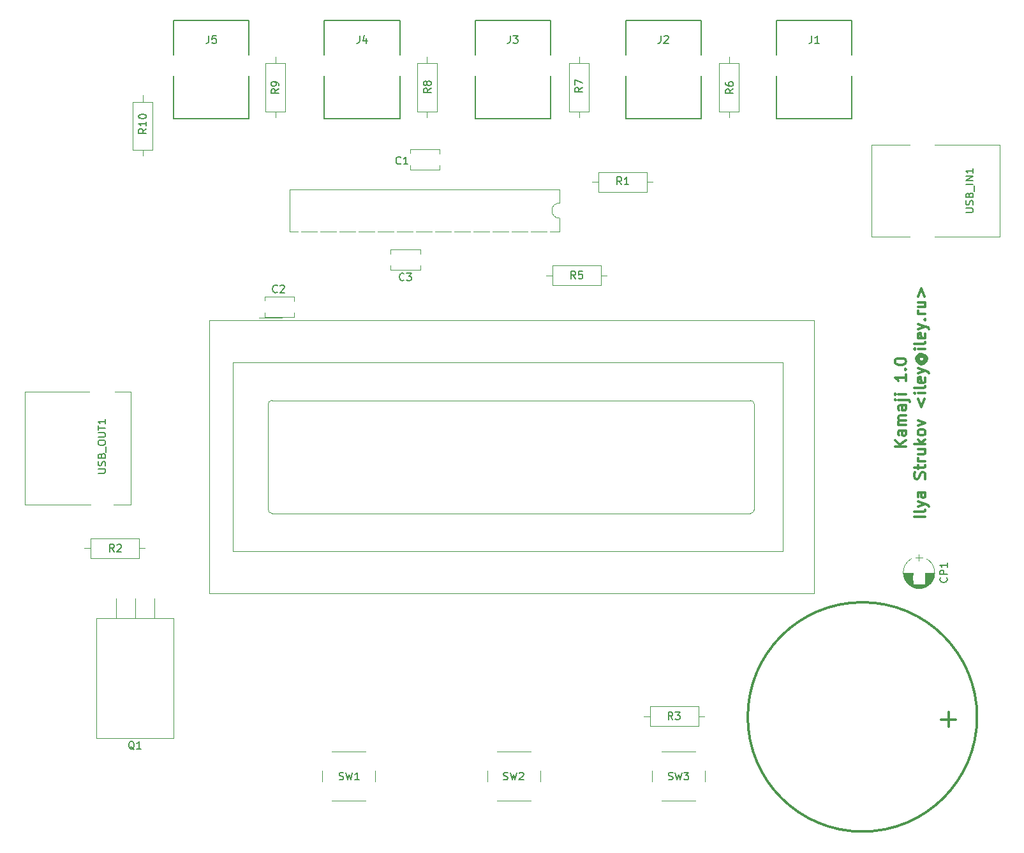
<source format=gbr>
G04 #@! TF.FileFunction,Legend,Top*
%FSLAX46Y46*%
G04 Gerber Fmt 4.6, Leading zero omitted, Abs format (unit mm)*
G04 Created by KiCad (PCBNEW 4.0.6) date Sunday, July 23, 2017 'AMt' 01:04:53 AM*
%MOMM*%
%LPD*%
G01*
G04 APERTURE LIST*
%ADD10C,0.100000*%
%ADD11C,0.300000*%
%ADD12C,0.120000*%
%ADD13C,0.150000*%
%ADD14C,5.400000*%
%ADD15C,2.000000*%
%ADD16R,2.200000X3.000000*%
%ADD17O,2.200000X3.000000*%
%ADD18C,3.400000*%
%ADD19C,2.760000*%
%ADD20C,2.600000*%
%ADD21O,2.000000X2.000000*%
%ADD22C,2.900000*%
%ADD23R,2.000000X2.000000*%
%ADD24C,1.920000*%
%ADD25C,3.100000*%
%ADD26C,1.900000*%
%ADD27C,2.400000*%
%ADD28O,3.900000X3.900000*%
%ADD29R,2.200000X2.200000*%
%ADD30O,2.200000X2.200000*%
%ADD31R,1.600000X1.600000*%
%ADD32C,1.600000*%
%ADD33R,2.127200X2.127200*%
%ADD34O,2.127200X2.127200*%
G04 APERTURE END LIST*
D10*
D11*
X217203571Y-86521428D02*
X215703571Y-86521428D01*
X217203571Y-85664285D02*
X216346429Y-86307142D01*
X215703571Y-85664285D02*
X216560714Y-86521428D01*
X217203571Y-84378571D02*
X216417857Y-84378571D01*
X216275000Y-84450000D01*
X216203571Y-84592857D01*
X216203571Y-84878571D01*
X216275000Y-85021428D01*
X217132143Y-84378571D02*
X217203571Y-84521428D01*
X217203571Y-84878571D01*
X217132143Y-85021428D01*
X216989286Y-85092857D01*
X216846429Y-85092857D01*
X216703571Y-85021428D01*
X216632143Y-84878571D01*
X216632143Y-84521428D01*
X216560714Y-84378571D01*
X217203571Y-83664285D02*
X216203571Y-83664285D01*
X216346429Y-83664285D02*
X216275000Y-83592857D01*
X216203571Y-83449999D01*
X216203571Y-83235714D01*
X216275000Y-83092857D01*
X216417857Y-83021428D01*
X217203571Y-83021428D01*
X216417857Y-83021428D02*
X216275000Y-82949999D01*
X216203571Y-82807142D01*
X216203571Y-82592857D01*
X216275000Y-82449999D01*
X216417857Y-82378571D01*
X217203571Y-82378571D01*
X217203571Y-81021428D02*
X216417857Y-81021428D01*
X216275000Y-81092857D01*
X216203571Y-81235714D01*
X216203571Y-81521428D01*
X216275000Y-81664285D01*
X217132143Y-81021428D02*
X217203571Y-81164285D01*
X217203571Y-81521428D01*
X217132143Y-81664285D01*
X216989286Y-81735714D01*
X216846429Y-81735714D01*
X216703571Y-81664285D01*
X216632143Y-81521428D01*
X216632143Y-81164285D01*
X216560714Y-81021428D01*
X216203571Y-80307142D02*
X217489286Y-80307142D01*
X217632143Y-80378571D01*
X217703571Y-80521428D01*
X217703571Y-80592856D01*
X215703571Y-80307142D02*
X215775000Y-80378571D01*
X215846429Y-80307142D01*
X215775000Y-80235714D01*
X215703571Y-80307142D01*
X215846429Y-80307142D01*
X217203571Y-79592856D02*
X216203571Y-79592856D01*
X215703571Y-79592856D02*
X215775000Y-79664285D01*
X215846429Y-79592856D01*
X215775000Y-79521428D01*
X215703571Y-79592856D01*
X215846429Y-79592856D01*
X217203571Y-76949999D02*
X217203571Y-77807142D01*
X217203571Y-77378570D02*
X215703571Y-77378570D01*
X215917857Y-77521427D01*
X216060714Y-77664285D01*
X216132143Y-77807142D01*
X217060714Y-76307142D02*
X217132143Y-76235714D01*
X217203571Y-76307142D01*
X217132143Y-76378571D01*
X217060714Y-76307142D01*
X217203571Y-76307142D01*
X215703571Y-75307142D02*
X215703571Y-75164285D01*
X215775000Y-75021428D01*
X215846429Y-74949999D01*
X215989286Y-74878570D01*
X216275000Y-74807142D01*
X216632143Y-74807142D01*
X216917857Y-74878570D01*
X217060714Y-74949999D01*
X217132143Y-75021428D01*
X217203571Y-75164285D01*
X217203571Y-75307142D01*
X217132143Y-75449999D01*
X217060714Y-75521428D01*
X216917857Y-75592856D01*
X216632143Y-75664285D01*
X216275000Y-75664285D01*
X215989286Y-75592856D01*
X215846429Y-75521428D01*
X215775000Y-75449999D01*
X215703571Y-75307142D01*
X219753571Y-95878570D02*
X218253571Y-95878570D01*
X219753571Y-94949998D02*
X219682143Y-95092856D01*
X219539286Y-95164284D01*
X218253571Y-95164284D01*
X218753571Y-94521427D02*
X219753571Y-94164284D01*
X218753571Y-93807142D02*
X219753571Y-94164284D01*
X220110714Y-94307142D01*
X220182143Y-94378570D01*
X220253571Y-94521427D01*
X219753571Y-92592856D02*
X218967857Y-92592856D01*
X218825000Y-92664285D01*
X218753571Y-92807142D01*
X218753571Y-93092856D01*
X218825000Y-93235713D01*
X219682143Y-92592856D02*
X219753571Y-92735713D01*
X219753571Y-93092856D01*
X219682143Y-93235713D01*
X219539286Y-93307142D01*
X219396429Y-93307142D01*
X219253571Y-93235713D01*
X219182143Y-93092856D01*
X219182143Y-92735713D01*
X219110714Y-92592856D01*
X219682143Y-90807142D02*
X219753571Y-90592856D01*
X219753571Y-90235713D01*
X219682143Y-90092856D01*
X219610714Y-90021427D01*
X219467857Y-89949999D01*
X219325000Y-89949999D01*
X219182143Y-90021427D01*
X219110714Y-90092856D01*
X219039286Y-90235713D01*
X218967857Y-90521427D01*
X218896429Y-90664285D01*
X218825000Y-90735713D01*
X218682143Y-90807142D01*
X218539286Y-90807142D01*
X218396429Y-90735713D01*
X218325000Y-90664285D01*
X218253571Y-90521427D01*
X218253571Y-90164285D01*
X218325000Y-89949999D01*
X218753571Y-89521428D02*
X218753571Y-88949999D01*
X218253571Y-89307142D02*
X219539286Y-89307142D01*
X219682143Y-89235714D01*
X219753571Y-89092856D01*
X219753571Y-88949999D01*
X219753571Y-88449999D02*
X218753571Y-88449999D01*
X219039286Y-88449999D02*
X218896429Y-88378571D01*
X218825000Y-88307142D01*
X218753571Y-88164285D01*
X218753571Y-88021428D01*
X218753571Y-86878571D02*
X219753571Y-86878571D01*
X218753571Y-87521428D02*
X219539286Y-87521428D01*
X219682143Y-87450000D01*
X219753571Y-87307142D01*
X219753571Y-87092857D01*
X219682143Y-86950000D01*
X219610714Y-86878571D01*
X219753571Y-86164285D02*
X218253571Y-86164285D01*
X219182143Y-86021428D02*
X219753571Y-85592857D01*
X218753571Y-85592857D02*
X219325000Y-86164285D01*
X219753571Y-84735713D02*
X219682143Y-84878571D01*
X219610714Y-84949999D01*
X219467857Y-85021428D01*
X219039286Y-85021428D01*
X218896429Y-84949999D01*
X218825000Y-84878571D01*
X218753571Y-84735713D01*
X218753571Y-84521428D01*
X218825000Y-84378571D01*
X218896429Y-84307142D01*
X219039286Y-84235713D01*
X219467857Y-84235713D01*
X219610714Y-84307142D01*
X219682143Y-84378571D01*
X219753571Y-84521428D01*
X219753571Y-84735713D01*
X218753571Y-83735713D02*
X219753571Y-83378570D01*
X218753571Y-83021428D01*
X218753571Y-80164285D02*
X219182143Y-81307142D01*
X219610714Y-80164285D01*
X219753571Y-79449999D02*
X218753571Y-79449999D01*
X218253571Y-79449999D02*
X218325000Y-79521428D01*
X218396429Y-79449999D01*
X218325000Y-79378571D01*
X218253571Y-79449999D01*
X218396429Y-79449999D01*
X219753571Y-78521427D02*
X219682143Y-78664285D01*
X219539286Y-78735713D01*
X218253571Y-78735713D01*
X219682143Y-77378571D02*
X219753571Y-77521428D01*
X219753571Y-77807142D01*
X219682143Y-77949999D01*
X219539286Y-78021428D01*
X218967857Y-78021428D01*
X218825000Y-77949999D01*
X218753571Y-77807142D01*
X218753571Y-77521428D01*
X218825000Y-77378571D01*
X218967857Y-77307142D01*
X219110714Y-77307142D01*
X219253571Y-78021428D01*
X218753571Y-76807142D02*
X219753571Y-76449999D01*
X218753571Y-76092857D02*
X219753571Y-76449999D01*
X220110714Y-76592857D01*
X220182143Y-76664285D01*
X220253571Y-76807142D01*
X219039286Y-74592857D02*
X218967857Y-74664285D01*
X218896429Y-74807142D01*
X218896429Y-74950000D01*
X218967857Y-75092857D01*
X219039286Y-75164285D01*
X219182143Y-75235714D01*
X219325000Y-75235714D01*
X219467857Y-75164285D01*
X219539286Y-75092857D01*
X219610714Y-74950000D01*
X219610714Y-74807142D01*
X219539286Y-74664285D01*
X219467857Y-74592857D01*
X218896429Y-74592857D02*
X219467857Y-74592857D01*
X219539286Y-74521428D01*
X219539286Y-74450000D01*
X219467857Y-74307142D01*
X219325000Y-74235714D01*
X218967857Y-74235714D01*
X218753571Y-74378571D01*
X218610714Y-74592857D01*
X218539286Y-74878571D01*
X218610714Y-75164285D01*
X218753571Y-75378571D01*
X218967857Y-75521428D01*
X219253571Y-75592857D01*
X219539286Y-75521428D01*
X219753571Y-75378571D01*
X219896429Y-75164285D01*
X219967857Y-74878571D01*
X219896429Y-74592857D01*
X219753571Y-74378571D01*
X219753571Y-73592857D02*
X218753571Y-73592857D01*
X218253571Y-73592857D02*
X218325000Y-73664286D01*
X218396429Y-73592857D01*
X218325000Y-73521429D01*
X218253571Y-73592857D01*
X218396429Y-73592857D01*
X219753571Y-72664285D02*
X219682143Y-72807143D01*
X219539286Y-72878571D01*
X218253571Y-72878571D01*
X219682143Y-71521429D02*
X219753571Y-71664286D01*
X219753571Y-71950000D01*
X219682143Y-72092857D01*
X219539286Y-72164286D01*
X218967857Y-72164286D01*
X218825000Y-72092857D01*
X218753571Y-71950000D01*
X218753571Y-71664286D01*
X218825000Y-71521429D01*
X218967857Y-71450000D01*
X219110714Y-71450000D01*
X219253571Y-72164286D01*
X218753571Y-70950000D02*
X219753571Y-70592857D01*
X218753571Y-70235715D02*
X219753571Y-70592857D01*
X220110714Y-70735715D01*
X220182143Y-70807143D01*
X220253571Y-70950000D01*
X219610714Y-69664286D02*
X219682143Y-69592858D01*
X219753571Y-69664286D01*
X219682143Y-69735715D01*
X219610714Y-69664286D01*
X219753571Y-69664286D01*
X219753571Y-68950000D02*
X218753571Y-68950000D01*
X219039286Y-68950000D02*
X218896429Y-68878572D01*
X218825000Y-68807143D01*
X218753571Y-68664286D01*
X218753571Y-68521429D01*
X218753571Y-67378572D02*
X219753571Y-67378572D01*
X218753571Y-68021429D02*
X219539286Y-68021429D01*
X219682143Y-67950001D01*
X219753571Y-67807143D01*
X219753571Y-67592858D01*
X219682143Y-67450001D01*
X219610714Y-67378572D01*
X218753571Y-66664286D02*
X219182143Y-65521429D01*
X219610714Y-66664286D01*
D12*
X227286000Y-35000000D02*
G75*
G03X227286000Y-35000000I-2286000J0D01*
G01*
X227286000Y-135000000D02*
G75*
G03X227286000Y-135000000I-2286000J0D01*
G01*
X107286000Y-135000000D02*
G75*
G03X107286000Y-135000000I-2286000J0D01*
G01*
X155310000Y-49760000D02*
X151390000Y-49760000D01*
X155310000Y-47040000D02*
X151390000Y-47040000D01*
X155310000Y-49760000D02*
X155310000Y-49150000D01*
X155310000Y-47650000D02*
X155310000Y-47040000D01*
X151390000Y-49760000D02*
X151390000Y-49150000D01*
X151390000Y-47650000D02*
X151390000Y-47040000D01*
X136010000Y-69360000D02*
X132090000Y-69360000D01*
X136010000Y-66640000D02*
X132090000Y-66640000D01*
X136010000Y-69360000D02*
X136010000Y-68750000D01*
X136010000Y-67250000D02*
X136010000Y-66640000D01*
X132090000Y-69360000D02*
X132090000Y-68750000D01*
X132090000Y-67250000D02*
X132090000Y-66640000D01*
X124702000Y-106030000D02*
X204982000Y-106030000D01*
X204982000Y-106030000D02*
X204982000Y-69750000D01*
X204982000Y-69750000D02*
X125502000Y-69750000D01*
X124702000Y-69750000D02*
X124702000Y-106030000D01*
X124712000Y-69750000D02*
X125502000Y-69750000D01*
X131342000Y-69390000D02*
X134342000Y-69390000D01*
X133042000Y-80390000D02*
X196542000Y-80390000D01*
X132542280Y-94889320D02*
X132542280Y-80890000D01*
X196542660Y-95390000D02*
X133042000Y-95390000D01*
X197042000Y-80890000D02*
X197042000Y-94890000D01*
X197042000Y-80890000D02*
G75*
G03X196542000Y-80390000I-500000J0D01*
G01*
X196542660Y-95389700D02*
G75*
G03X197043040Y-94889320I0J500380D01*
G01*
X132542280Y-94889320D02*
G75*
G03X133042660Y-95389700I500380J0D01*
G01*
X133042660Y-80388460D02*
G75*
G03X132542280Y-80888840I0J-500380D01*
G01*
X127842000Y-75390000D02*
X200842000Y-75390000D01*
X200842000Y-75390000D02*
X200842000Y-100390000D01*
X200842000Y-100390000D02*
X127842000Y-100390000D01*
X127842000Y-100390000D02*
X127842000Y-75390000D01*
D13*
X210000000Y-43000000D02*
X200000000Y-43000000D01*
X200000000Y-30000000D02*
X200000000Y-43000000D01*
X210000000Y-30000000D02*
X210000000Y-43000000D01*
X210000000Y-30000000D02*
X200000000Y-30000000D01*
X190000000Y-43000000D02*
X180000000Y-43000000D01*
X180000000Y-30000000D02*
X180000000Y-43000000D01*
X190000000Y-30000000D02*
X190000000Y-43000000D01*
X190000000Y-30000000D02*
X180000000Y-30000000D01*
X170000000Y-43000000D02*
X160000000Y-43000000D01*
X160000000Y-30000000D02*
X160000000Y-43000000D01*
X170000000Y-30000000D02*
X170000000Y-43000000D01*
X170000000Y-30000000D02*
X160000000Y-30000000D01*
X150000000Y-43000000D02*
X140000000Y-43000000D01*
X140000000Y-30000000D02*
X140000000Y-43000000D01*
X150000000Y-30000000D02*
X150000000Y-43000000D01*
X150000000Y-30000000D02*
X140000000Y-30000000D01*
X130000000Y-43000000D02*
X120000000Y-43000000D01*
X120000000Y-30000000D02*
X120000000Y-43000000D01*
X130000000Y-30000000D02*
X130000000Y-43000000D01*
X130000000Y-30000000D02*
X120000000Y-30000000D01*
D11*
X226613533Y-122400000D02*
G75*
G03X226613533Y-122400000I-15213533J0D01*
G01*
D12*
X176370000Y-50090000D02*
X176370000Y-52710000D01*
X176370000Y-52710000D02*
X182790000Y-52710000D01*
X182790000Y-52710000D02*
X182790000Y-50090000D01*
X182790000Y-50090000D02*
X176370000Y-50090000D01*
X175480000Y-51400000D02*
X176370000Y-51400000D01*
X183680000Y-51400000D02*
X182790000Y-51400000D01*
X115430000Y-101310000D02*
X115430000Y-98690000D01*
X115430000Y-98690000D02*
X109010000Y-98690000D01*
X109010000Y-98690000D02*
X109010000Y-101310000D01*
X109010000Y-101310000D02*
X115430000Y-101310000D01*
X116320000Y-100000000D02*
X115430000Y-100000000D01*
X108120000Y-100000000D02*
X109010000Y-100000000D01*
X189630000Y-123610000D02*
X189630000Y-120990000D01*
X189630000Y-120990000D02*
X183210000Y-120990000D01*
X183210000Y-120990000D02*
X183210000Y-123610000D01*
X183210000Y-123610000D02*
X189630000Y-123610000D01*
X190520000Y-122300000D02*
X189630000Y-122300000D01*
X182320000Y-122300000D02*
X183210000Y-122300000D01*
X176730000Y-65110000D02*
X176730000Y-62490000D01*
X176730000Y-62490000D02*
X170310000Y-62490000D01*
X170310000Y-62490000D02*
X170310000Y-65110000D01*
X170310000Y-65110000D02*
X176730000Y-65110000D01*
X177620000Y-63800000D02*
X176730000Y-63800000D01*
X169420000Y-63800000D02*
X170310000Y-63800000D01*
X195010000Y-35670000D02*
X192390000Y-35670000D01*
X192390000Y-35670000D02*
X192390000Y-42090000D01*
X192390000Y-42090000D02*
X195010000Y-42090000D01*
X195010000Y-42090000D02*
X195010000Y-35670000D01*
X193700000Y-34780000D02*
X193700000Y-35670000D01*
X193700000Y-42980000D02*
X193700000Y-42090000D01*
X175110000Y-35670000D02*
X172490000Y-35670000D01*
X172490000Y-35670000D02*
X172490000Y-42090000D01*
X172490000Y-42090000D02*
X175110000Y-42090000D01*
X175110000Y-42090000D02*
X175110000Y-35670000D01*
X173800000Y-34780000D02*
X173800000Y-35670000D01*
X173800000Y-42980000D02*
X173800000Y-42090000D01*
X154910000Y-35670000D02*
X152290000Y-35670000D01*
X152290000Y-35670000D02*
X152290000Y-42090000D01*
X152290000Y-42090000D02*
X154910000Y-42090000D01*
X154910000Y-42090000D02*
X154910000Y-35670000D01*
X153600000Y-34780000D02*
X153600000Y-35670000D01*
X153600000Y-42980000D02*
X153600000Y-42090000D01*
X134810000Y-35670000D02*
X132190000Y-35670000D01*
X132190000Y-35670000D02*
X132190000Y-42090000D01*
X132190000Y-42090000D02*
X134810000Y-42090000D01*
X134810000Y-42090000D02*
X134810000Y-35670000D01*
X133500000Y-34780000D02*
X133500000Y-35670000D01*
X133500000Y-42980000D02*
X133500000Y-42090000D01*
X117210000Y-40770000D02*
X114590000Y-40770000D01*
X114590000Y-40770000D02*
X114590000Y-47190000D01*
X114590000Y-47190000D02*
X117210000Y-47190000D01*
X117210000Y-47190000D02*
X117210000Y-40770000D01*
X115900000Y-39880000D02*
X115900000Y-40770000D01*
X115900000Y-48080000D02*
X115900000Y-47190000D01*
X171190000Y-54210000D02*
X171190000Y-52440000D01*
X171190000Y-52440000D02*
X135390000Y-52440000D01*
X135390000Y-52440000D02*
X135390000Y-57980000D01*
X135390000Y-57980000D02*
X171190000Y-57980000D01*
X171190000Y-57980000D02*
X171190000Y-56210000D01*
X171190000Y-56210000D02*
G75*
G02X171190000Y-54210000I0J1000000D01*
G01*
X220950000Y-58670000D02*
X229590000Y-58670000D01*
X212570000Y-58670000D02*
X217650000Y-58670000D01*
X220950000Y-46470000D02*
X229590000Y-46470000D01*
X212570000Y-46470000D02*
X217650000Y-46470000D01*
X229590000Y-46470000D02*
X229590000Y-58670000D01*
X212570000Y-58670000D02*
X212570000Y-46470000D01*
X114340000Y-94250000D02*
X112010000Y-94250000D01*
X114340000Y-79260000D02*
X112220000Y-79260000D01*
X114340000Y-94250000D02*
X114340000Y-79260000D01*
X100250000Y-94250000D02*
X100250000Y-79260000D01*
X109050000Y-94250000D02*
X100250000Y-94250000D01*
X108850000Y-79260000D02*
X100250000Y-79260000D01*
X152710000Y-63060000D02*
X148790000Y-63060000D01*
X152710000Y-60340000D02*
X148790000Y-60340000D01*
X152710000Y-63060000D02*
X152710000Y-62450000D01*
X152710000Y-60950000D02*
X152710000Y-60340000D01*
X148790000Y-63060000D02*
X148790000Y-62450000D01*
X148790000Y-60950000D02*
X148790000Y-60340000D01*
X141000000Y-133500000D02*
X145500000Y-133500000D01*
X139750000Y-129500000D02*
X139750000Y-131000000D01*
X145500000Y-127000000D02*
X141000000Y-127000000D01*
X146750000Y-131000000D02*
X146750000Y-129500000D01*
X162875000Y-133500000D02*
X167375000Y-133500000D01*
X161625000Y-129500000D02*
X161625000Y-131000000D01*
X167375000Y-127000000D02*
X162875000Y-127000000D01*
X168625000Y-131000000D02*
X168625000Y-129500000D01*
X184750000Y-133500000D02*
X189250000Y-133500000D01*
X183500000Y-129500000D02*
X183500000Y-131000000D01*
X189250000Y-127000000D02*
X184750000Y-127000000D01*
X190500000Y-131000000D02*
X190500000Y-129500000D01*
X119980000Y-109290000D02*
X109740000Y-109290000D01*
X119980000Y-125180000D02*
X109740000Y-125180000D01*
X119980000Y-125180000D02*
X119980000Y-109290000D01*
X109740000Y-125180000D02*
X109740000Y-109290000D01*
X117400000Y-109290000D02*
X117400000Y-106650000D01*
X114860000Y-109290000D02*
X114860000Y-106666000D01*
X112320000Y-109290000D02*
X112320000Y-106666000D01*
X107286000Y-35000000D02*
G75*
G03X107286000Y-35000000I-2286000J0D01*
G01*
X219879170Y-105096436D02*
G75*
G03X219880000Y-101404004I-979170J1846436D01*
G01*
X217920830Y-105096436D02*
G75*
G02X217920000Y-101404004I979170J1846436D01*
G01*
X217920830Y-105096436D02*
G75*
G03X219880000Y-105095996I979170J1846436D01*
G01*
X218120000Y-103250000D02*
X216850000Y-103250000D01*
X220950000Y-103250000D02*
X219680000Y-103250000D01*
X220950000Y-103290000D02*
X219680000Y-103290000D01*
X218120000Y-103290000D02*
X216850000Y-103290000D01*
X220949000Y-103330000D02*
X219680000Y-103330000D01*
X218120000Y-103330000D02*
X216851000Y-103330000D01*
X220947000Y-103370000D02*
X219680000Y-103370000D01*
X218120000Y-103370000D02*
X216853000Y-103370000D01*
X220944000Y-103410000D02*
X219680000Y-103410000D01*
X218120000Y-103410000D02*
X216856000Y-103410000D01*
X220941000Y-103450000D02*
X219680000Y-103450000D01*
X218120000Y-103450000D02*
X216859000Y-103450000D01*
X220937000Y-103490000D02*
X219680000Y-103490000D01*
X218120000Y-103490000D02*
X216863000Y-103490000D01*
X220932000Y-103530000D02*
X219680000Y-103530000D01*
X218120000Y-103530000D02*
X216868000Y-103530000D01*
X220926000Y-103570000D02*
X219680000Y-103570000D01*
X218120000Y-103570000D02*
X216874000Y-103570000D01*
X220919000Y-103610000D02*
X219680000Y-103610000D01*
X218120000Y-103610000D02*
X216881000Y-103610000D01*
X220912000Y-103650000D02*
X219680000Y-103650000D01*
X218120000Y-103650000D02*
X216888000Y-103650000D01*
X220904000Y-103690000D02*
X219680000Y-103690000D01*
X218120000Y-103690000D02*
X216896000Y-103690000D01*
X220895000Y-103730000D02*
X219680000Y-103730000D01*
X218120000Y-103730000D02*
X216905000Y-103730000D01*
X220885000Y-103770000D02*
X219680000Y-103770000D01*
X218120000Y-103770000D02*
X216915000Y-103770000D01*
X220874000Y-103810000D02*
X219680000Y-103810000D01*
X218120000Y-103810000D02*
X216926000Y-103810000D01*
X220863000Y-103850000D02*
X219680000Y-103850000D01*
X218120000Y-103850000D02*
X216937000Y-103850000D01*
X220850000Y-103890000D02*
X219680000Y-103890000D01*
X218120000Y-103890000D02*
X216950000Y-103890000D01*
X220837000Y-103930000D02*
X219680000Y-103930000D01*
X218120000Y-103930000D02*
X216963000Y-103930000D01*
X220823000Y-103971000D02*
X219680000Y-103971000D01*
X218120000Y-103971000D02*
X216977000Y-103971000D01*
X220807000Y-104011000D02*
X219680000Y-104011000D01*
X218120000Y-104011000D02*
X216993000Y-104011000D01*
X220791000Y-104051000D02*
X219680000Y-104051000D01*
X218120000Y-104051000D02*
X217009000Y-104051000D01*
X220774000Y-104091000D02*
X219680000Y-104091000D01*
X218120000Y-104091000D02*
X217026000Y-104091000D01*
X220756000Y-104131000D02*
X219680000Y-104131000D01*
X218120000Y-104131000D02*
X217044000Y-104131000D01*
X220737000Y-104171000D02*
X219680000Y-104171000D01*
X218120000Y-104171000D02*
X217063000Y-104171000D01*
X220717000Y-104211000D02*
X219680000Y-104211000D01*
X218120000Y-104211000D02*
X217083000Y-104211000D01*
X220696000Y-104251000D02*
X219680000Y-104251000D01*
X218120000Y-104251000D02*
X217104000Y-104251000D01*
X220673000Y-104291000D02*
X219680000Y-104291000D01*
X218120000Y-104291000D02*
X217127000Y-104291000D01*
X220650000Y-104331000D02*
X219680000Y-104331000D01*
X218120000Y-104331000D02*
X217150000Y-104331000D01*
X220625000Y-104371000D02*
X219680000Y-104371000D01*
X218120000Y-104371000D02*
X217175000Y-104371000D01*
X220599000Y-104411000D02*
X219680000Y-104411000D01*
X218120000Y-104411000D02*
X217201000Y-104411000D01*
X220572000Y-104451000D02*
X219680000Y-104451000D01*
X218120000Y-104451000D02*
X217228000Y-104451000D01*
X220543000Y-104491000D02*
X219680000Y-104491000D01*
X218120000Y-104491000D02*
X217257000Y-104491000D01*
X220513000Y-104531000D02*
X219680000Y-104531000D01*
X218120000Y-104531000D02*
X217287000Y-104531000D01*
X220481000Y-104571000D02*
X219680000Y-104571000D01*
X218120000Y-104571000D02*
X217319000Y-104571000D01*
X220447000Y-104611000D02*
X219680000Y-104611000D01*
X218120000Y-104611000D02*
X217353000Y-104611000D01*
X220412000Y-104651000D02*
X219680000Y-104651000D01*
X218120000Y-104651000D02*
X217388000Y-104651000D01*
X220375000Y-104691000D02*
X219680000Y-104691000D01*
X218120000Y-104691000D02*
X217425000Y-104691000D01*
X220336000Y-104731000D02*
X219680000Y-104731000D01*
X218120000Y-104731000D02*
X217464000Y-104731000D01*
X220295000Y-104771000D02*
X219680000Y-104771000D01*
X218120000Y-104771000D02*
X217505000Y-104771000D01*
X220251000Y-104811000D02*
X217549000Y-104811000D01*
X220205000Y-104851000D02*
X217595000Y-104851000D01*
X220156000Y-104891000D02*
X217644000Y-104891000D01*
X220104000Y-104931000D02*
X217696000Y-104931000D01*
X220048000Y-104971000D02*
X217752000Y-104971000D01*
X219988000Y-105011000D02*
X217812000Y-105011000D01*
X219923000Y-105051000D02*
X217877000Y-105051000D01*
X219852000Y-105091000D02*
X217948000Y-105091000D01*
X219774000Y-105131000D02*
X218026000Y-105131000D01*
X219686000Y-105171000D02*
X218114000Y-105171000D01*
X219586000Y-105211000D02*
X218214000Y-105211000D01*
X219467000Y-105251000D02*
X218333000Y-105251000D01*
X219315000Y-105291000D02*
X218485000Y-105291000D01*
X219065000Y-105331000D02*
X218735000Y-105331000D01*
X218900000Y-100800000D02*
X218900000Y-101700000D01*
X219350000Y-101250000D02*
X218450000Y-101250000D01*
D13*
X150133334Y-48957143D02*
X150085715Y-49004762D01*
X149942858Y-49052381D01*
X149847620Y-49052381D01*
X149704762Y-49004762D01*
X149609524Y-48909524D01*
X149561905Y-48814286D01*
X149514286Y-48623810D01*
X149514286Y-48480952D01*
X149561905Y-48290476D01*
X149609524Y-48195238D01*
X149704762Y-48100000D01*
X149847620Y-48052381D01*
X149942858Y-48052381D01*
X150085715Y-48100000D01*
X150133334Y-48147619D01*
X151085715Y-49052381D02*
X150514286Y-49052381D01*
X150800000Y-49052381D02*
X150800000Y-48052381D01*
X150704762Y-48195238D01*
X150609524Y-48290476D01*
X150514286Y-48338095D01*
X133751334Y-66001143D02*
X133703715Y-66048762D01*
X133560858Y-66096381D01*
X133465620Y-66096381D01*
X133322762Y-66048762D01*
X133227524Y-65953524D01*
X133179905Y-65858286D01*
X133132286Y-65667810D01*
X133132286Y-65524952D01*
X133179905Y-65334476D01*
X133227524Y-65239238D01*
X133322762Y-65144000D01*
X133465620Y-65096381D01*
X133560858Y-65096381D01*
X133703715Y-65144000D01*
X133751334Y-65191619D01*
X134132286Y-65191619D02*
X134179905Y-65144000D01*
X134275143Y-65096381D01*
X134513239Y-65096381D01*
X134608477Y-65144000D01*
X134656096Y-65191619D01*
X134703715Y-65286857D01*
X134703715Y-65382095D01*
X134656096Y-65524952D01*
X134084667Y-66096381D01*
X134703715Y-66096381D01*
X204666667Y-31992381D02*
X204666667Y-32706667D01*
X204619047Y-32849524D01*
X204523809Y-32944762D01*
X204380952Y-32992381D01*
X204285714Y-32992381D01*
X205666667Y-32992381D02*
X205095238Y-32992381D01*
X205380952Y-32992381D02*
X205380952Y-31992381D01*
X205285714Y-32135238D01*
X205190476Y-32230476D01*
X205095238Y-32278095D01*
X184666667Y-31992381D02*
X184666667Y-32706667D01*
X184619047Y-32849524D01*
X184523809Y-32944762D01*
X184380952Y-32992381D01*
X184285714Y-32992381D01*
X185095238Y-32087619D02*
X185142857Y-32040000D01*
X185238095Y-31992381D01*
X185476191Y-31992381D01*
X185571429Y-32040000D01*
X185619048Y-32087619D01*
X185666667Y-32182857D01*
X185666667Y-32278095D01*
X185619048Y-32420952D01*
X185047619Y-32992381D01*
X185666667Y-32992381D01*
X164666667Y-31992381D02*
X164666667Y-32706667D01*
X164619047Y-32849524D01*
X164523809Y-32944762D01*
X164380952Y-32992381D01*
X164285714Y-32992381D01*
X165047619Y-31992381D02*
X165666667Y-31992381D01*
X165333333Y-32373333D01*
X165476191Y-32373333D01*
X165571429Y-32420952D01*
X165619048Y-32468571D01*
X165666667Y-32563810D01*
X165666667Y-32801905D01*
X165619048Y-32897143D01*
X165571429Y-32944762D01*
X165476191Y-32992381D01*
X165190476Y-32992381D01*
X165095238Y-32944762D01*
X165047619Y-32897143D01*
X144666667Y-31992381D02*
X144666667Y-32706667D01*
X144619047Y-32849524D01*
X144523809Y-32944762D01*
X144380952Y-32992381D01*
X144285714Y-32992381D01*
X145571429Y-32325714D02*
X145571429Y-32992381D01*
X145333333Y-31944762D02*
X145095238Y-32659048D01*
X145714286Y-32659048D01*
X124666667Y-31992381D02*
X124666667Y-32706667D01*
X124619047Y-32849524D01*
X124523809Y-32944762D01*
X124380952Y-32992381D01*
X124285714Y-32992381D01*
X125619048Y-31992381D02*
X125142857Y-31992381D01*
X125095238Y-32468571D01*
X125142857Y-32420952D01*
X125238095Y-32373333D01*
X125476191Y-32373333D01*
X125571429Y-32420952D01*
X125619048Y-32468571D01*
X125666667Y-32563810D01*
X125666667Y-32801905D01*
X125619048Y-32897143D01*
X125571429Y-32944762D01*
X125476191Y-32992381D01*
X125238095Y-32992381D01*
X125142857Y-32944762D01*
X125095238Y-32897143D01*
D11*
X221877619Y-122728571D02*
X223782381Y-122728571D01*
X222830000Y-123680952D02*
X222830000Y-121776190D01*
D13*
X179433334Y-51752381D02*
X179100000Y-51276190D01*
X178861905Y-51752381D02*
X178861905Y-50752381D01*
X179242858Y-50752381D01*
X179338096Y-50800000D01*
X179385715Y-50847619D01*
X179433334Y-50942857D01*
X179433334Y-51085714D01*
X179385715Y-51180952D01*
X179338096Y-51228571D01*
X179242858Y-51276190D01*
X178861905Y-51276190D01*
X180385715Y-51752381D02*
X179814286Y-51752381D01*
X180100000Y-51752381D02*
X180100000Y-50752381D01*
X180004762Y-50895238D01*
X179909524Y-50990476D01*
X179814286Y-51038095D01*
X112099334Y-100478381D02*
X111766000Y-100002190D01*
X111527905Y-100478381D02*
X111527905Y-99478381D01*
X111908858Y-99478381D01*
X112004096Y-99526000D01*
X112051715Y-99573619D01*
X112099334Y-99668857D01*
X112099334Y-99811714D01*
X112051715Y-99906952D01*
X112004096Y-99954571D01*
X111908858Y-100002190D01*
X111527905Y-100002190D01*
X112480286Y-99573619D02*
X112527905Y-99526000D01*
X112623143Y-99478381D01*
X112861239Y-99478381D01*
X112956477Y-99526000D01*
X113004096Y-99573619D01*
X113051715Y-99668857D01*
X113051715Y-99764095D01*
X113004096Y-99906952D01*
X112432667Y-100478381D01*
X113051715Y-100478381D01*
X186233334Y-122752381D02*
X185900000Y-122276190D01*
X185661905Y-122752381D02*
X185661905Y-121752381D01*
X186042858Y-121752381D01*
X186138096Y-121800000D01*
X186185715Y-121847619D01*
X186233334Y-121942857D01*
X186233334Y-122085714D01*
X186185715Y-122180952D01*
X186138096Y-122228571D01*
X186042858Y-122276190D01*
X185661905Y-122276190D01*
X186566667Y-121752381D02*
X187185715Y-121752381D01*
X186852381Y-122133333D01*
X186995239Y-122133333D01*
X187090477Y-122180952D01*
X187138096Y-122228571D01*
X187185715Y-122323810D01*
X187185715Y-122561905D01*
X187138096Y-122657143D01*
X187090477Y-122704762D01*
X186995239Y-122752381D01*
X186709524Y-122752381D01*
X186614286Y-122704762D01*
X186566667Y-122657143D01*
X173333334Y-64252381D02*
X173000000Y-63776190D01*
X172761905Y-64252381D02*
X172761905Y-63252381D01*
X173142858Y-63252381D01*
X173238096Y-63300000D01*
X173285715Y-63347619D01*
X173333334Y-63442857D01*
X173333334Y-63585714D01*
X173285715Y-63680952D01*
X173238096Y-63728571D01*
X173142858Y-63776190D01*
X172761905Y-63776190D01*
X174238096Y-63252381D02*
X173761905Y-63252381D01*
X173714286Y-63728571D01*
X173761905Y-63680952D01*
X173857143Y-63633333D01*
X174095239Y-63633333D01*
X174190477Y-63680952D01*
X174238096Y-63728571D01*
X174285715Y-63823810D01*
X174285715Y-64061905D01*
X174238096Y-64157143D01*
X174190477Y-64204762D01*
X174095239Y-64252381D01*
X173857143Y-64252381D01*
X173761905Y-64204762D01*
X173714286Y-64157143D01*
X194252381Y-39066666D02*
X193776190Y-39400000D01*
X194252381Y-39638095D02*
X193252381Y-39638095D01*
X193252381Y-39257142D01*
X193300000Y-39161904D01*
X193347619Y-39114285D01*
X193442857Y-39066666D01*
X193585714Y-39066666D01*
X193680952Y-39114285D01*
X193728571Y-39161904D01*
X193776190Y-39257142D01*
X193776190Y-39638095D01*
X193252381Y-38209523D02*
X193252381Y-38400000D01*
X193300000Y-38495238D01*
X193347619Y-38542857D01*
X193490476Y-38638095D01*
X193680952Y-38685714D01*
X194061905Y-38685714D01*
X194157143Y-38638095D01*
X194204762Y-38590476D01*
X194252381Y-38495238D01*
X194252381Y-38304761D01*
X194204762Y-38209523D01*
X194157143Y-38161904D01*
X194061905Y-38114285D01*
X193823810Y-38114285D01*
X193728571Y-38161904D01*
X193680952Y-38209523D01*
X193633333Y-38304761D01*
X193633333Y-38495238D01*
X193680952Y-38590476D01*
X193728571Y-38638095D01*
X193823810Y-38685714D01*
X174252381Y-38866666D02*
X173776190Y-39200000D01*
X174252381Y-39438095D02*
X173252381Y-39438095D01*
X173252381Y-39057142D01*
X173300000Y-38961904D01*
X173347619Y-38914285D01*
X173442857Y-38866666D01*
X173585714Y-38866666D01*
X173680952Y-38914285D01*
X173728571Y-38961904D01*
X173776190Y-39057142D01*
X173776190Y-39438095D01*
X173252381Y-38533333D02*
X173252381Y-37866666D01*
X174252381Y-38295238D01*
X154152381Y-38966666D02*
X153676190Y-39300000D01*
X154152381Y-39538095D02*
X153152381Y-39538095D01*
X153152381Y-39157142D01*
X153200000Y-39061904D01*
X153247619Y-39014285D01*
X153342857Y-38966666D01*
X153485714Y-38966666D01*
X153580952Y-39014285D01*
X153628571Y-39061904D01*
X153676190Y-39157142D01*
X153676190Y-39538095D01*
X153580952Y-38395238D02*
X153533333Y-38490476D01*
X153485714Y-38538095D01*
X153390476Y-38585714D01*
X153342857Y-38585714D01*
X153247619Y-38538095D01*
X153200000Y-38490476D01*
X153152381Y-38395238D01*
X153152381Y-38204761D01*
X153200000Y-38109523D01*
X153247619Y-38061904D01*
X153342857Y-38014285D01*
X153390476Y-38014285D01*
X153485714Y-38061904D01*
X153533333Y-38109523D01*
X153580952Y-38204761D01*
X153580952Y-38395238D01*
X153628571Y-38490476D01*
X153676190Y-38538095D01*
X153771429Y-38585714D01*
X153961905Y-38585714D01*
X154057143Y-38538095D01*
X154104762Y-38490476D01*
X154152381Y-38395238D01*
X154152381Y-38204761D01*
X154104762Y-38109523D01*
X154057143Y-38061904D01*
X153961905Y-38014285D01*
X153771429Y-38014285D01*
X153676190Y-38061904D01*
X153628571Y-38109523D01*
X153580952Y-38204761D01*
X133952381Y-39066666D02*
X133476190Y-39400000D01*
X133952381Y-39638095D02*
X132952381Y-39638095D01*
X132952381Y-39257142D01*
X133000000Y-39161904D01*
X133047619Y-39114285D01*
X133142857Y-39066666D01*
X133285714Y-39066666D01*
X133380952Y-39114285D01*
X133428571Y-39161904D01*
X133476190Y-39257142D01*
X133476190Y-39638095D01*
X133952381Y-38590476D02*
X133952381Y-38400000D01*
X133904762Y-38304761D01*
X133857143Y-38257142D01*
X133714286Y-38161904D01*
X133523810Y-38114285D01*
X133142857Y-38114285D01*
X133047619Y-38161904D01*
X133000000Y-38209523D01*
X132952381Y-38304761D01*
X132952381Y-38495238D01*
X133000000Y-38590476D01*
X133047619Y-38638095D01*
X133142857Y-38685714D01*
X133380952Y-38685714D01*
X133476190Y-38638095D01*
X133523810Y-38590476D01*
X133571429Y-38495238D01*
X133571429Y-38304761D01*
X133523810Y-38209523D01*
X133476190Y-38161904D01*
X133380952Y-38114285D01*
X116352381Y-44342857D02*
X115876190Y-44676191D01*
X116352381Y-44914286D02*
X115352381Y-44914286D01*
X115352381Y-44533333D01*
X115400000Y-44438095D01*
X115447619Y-44390476D01*
X115542857Y-44342857D01*
X115685714Y-44342857D01*
X115780952Y-44390476D01*
X115828571Y-44438095D01*
X115876190Y-44533333D01*
X115876190Y-44914286D01*
X116352381Y-43390476D02*
X116352381Y-43961905D01*
X116352381Y-43676191D02*
X115352381Y-43676191D01*
X115495238Y-43771429D01*
X115590476Y-43866667D01*
X115638095Y-43961905D01*
X115352381Y-42771429D02*
X115352381Y-42676190D01*
X115400000Y-42580952D01*
X115447619Y-42533333D01*
X115542857Y-42485714D01*
X115733333Y-42438095D01*
X115971429Y-42438095D01*
X116161905Y-42485714D01*
X116257143Y-42533333D01*
X116304762Y-42580952D01*
X116352381Y-42676190D01*
X116352381Y-42771429D01*
X116304762Y-42866667D01*
X116257143Y-42914286D01*
X116161905Y-42961905D01*
X115971429Y-43009524D01*
X115733333Y-43009524D01*
X115542857Y-42961905D01*
X115447619Y-42914286D01*
X115400000Y-42866667D01*
X115352381Y-42771429D01*
X225102381Y-55450952D02*
X225911905Y-55450952D01*
X226007143Y-55403333D01*
X226054762Y-55355714D01*
X226102381Y-55260476D01*
X226102381Y-55069999D01*
X226054762Y-54974761D01*
X226007143Y-54927142D01*
X225911905Y-54879523D01*
X225102381Y-54879523D01*
X226054762Y-54450952D02*
X226102381Y-54308095D01*
X226102381Y-54069999D01*
X226054762Y-53974761D01*
X226007143Y-53927142D01*
X225911905Y-53879523D01*
X225816667Y-53879523D01*
X225721429Y-53927142D01*
X225673810Y-53974761D01*
X225626190Y-54069999D01*
X225578571Y-54260476D01*
X225530952Y-54355714D01*
X225483333Y-54403333D01*
X225388095Y-54450952D01*
X225292857Y-54450952D01*
X225197619Y-54403333D01*
X225150000Y-54355714D01*
X225102381Y-54260476D01*
X225102381Y-54022380D01*
X225150000Y-53879523D01*
X225578571Y-53117618D02*
X225626190Y-52974761D01*
X225673810Y-52927142D01*
X225769048Y-52879523D01*
X225911905Y-52879523D01*
X226007143Y-52927142D01*
X226054762Y-52974761D01*
X226102381Y-53069999D01*
X226102381Y-53450952D01*
X225102381Y-53450952D01*
X225102381Y-53117618D01*
X225150000Y-53022380D01*
X225197619Y-52974761D01*
X225292857Y-52927142D01*
X225388095Y-52927142D01*
X225483333Y-52974761D01*
X225530952Y-53022380D01*
X225578571Y-53117618D01*
X225578571Y-53450952D01*
X226197619Y-52689047D02*
X226197619Y-51927142D01*
X226102381Y-51689047D02*
X225102381Y-51689047D01*
X226102381Y-51212857D02*
X225102381Y-51212857D01*
X226102381Y-50641428D01*
X225102381Y-50641428D01*
X226102381Y-49641428D02*
X226102381Y-50212857D01*
X226102381Y-49927143D02*
X225102381Y-49927143D01*
X225245238Y-50022381D01*
X225340476Y-50117619D01*
X225388095Y-50212857D01*
X109952381Y-90047619D02*
X110761905Y-90047619D01*
X110857143Y-90000000D01*
X110904762Y-89952381D01*
X110952381Y-89857143D01*
X110952381Y-89666666D01*
X110904762Y-89571428D01*
X110857143Y-89523809D01*
X110761905Y-89476190D01*
X109952381Y-89476190D01*
X110904762Y-89047619D02*
X110952381Y-88904762D01*
X110952381Y-88666666D01*
X110904762Y-88571428D01*
X110857143Y-88523809D01*
X110761905Y-88476190D01*
X110666667Y-88476190D01*
X110571429Y-88523809D01*
X110523810Y-88571428D01*
X110476190Y-88666666D01*
X110428571Y-88857143D01*
X110380952Y-88952381D01*
X110333333Y-89000000D01*
X110238095Y-89047619D01*
X110142857Y-89047619D01*
X110047619Y-89000000D01*
X110000000Y-88952381D01*
X109952381Y-88857143D01*
X109952381Y-88619047D01*
X110000000Y-88476190D01*
X110428571Y-87714285D02*
X110476190Y-87571428D01*
X110523810Y-87523809D01*
X110619048Y-87476190D01*
X110761905Y-87476190D01*
X110857143Y-87523809D01*
X110904762Y-87571428D01*
X110952381Y-87666666D01*
X110952381Y-88047619D01*
X109952381Y-88047619D01*
X109952381Y-87714285D01*
X110000000Y-87619047D01*
X110047619Y-87571428D01*
X110142857Y-87523809D01*
X110238095Y-87523809D01*
X110333333Y-87571428D01*
X110380952Y-87619047D01*
X110428571Y-87714285D01*
X110428571Y-88047619D01*
X111047619Y-87285714D02*
X111047619Y-86523809D01*
X109952381Y-86095238D02*
X109952381Y-85904761D01*
X110000000Y-85809523D01*
X110095238Y-85714285D01*
X110285714Y-85666666D01*
X110619048Y-85666666D01*
X110809524Y-85714285D01*
X110904762Y-85809523D01*
X110952381Y-85904761D01*
X110952381Y-86095238D01*
X110904762Y-86190476D01*
X110809524Y-86285714D01*
X110619048Y-86333333D01*
X110285714Y-86333333D01*
X110095238Y-86285714D01*
X110000000Y-86190476D01*
X109952381Y-86095238D01*
X109952381Y-85238095D02*
X110761905Y-85238095D01*
X110857143Y-85190476D01*
X110904762Y-85142857D01*
X110952381Y-85047619D01*
X110952381Y-84857142D01*
X110904762Y-84761904D01*
X110857143Y-84714285D01*
X110761905Y-84666666D01*
X109952381Y-84666666D01*
X109952381Y-84333333D02*
X109952381Y-83761904D01*
X110952381Y-84047619D02*
X109952381Y-84047619D01*
X110952381Y-82904761D02*
X110952381Y-83476190D01*
X110952381Y-83190476D02*
X109952381Y-83190476D01*
X110095238Y-83285714D01*
X110190476Y-83380952D01*
X110238095Y-83476190D01*
X150583334Y-64417143D02*
X150535715Y-64464762D01*
X150392858Y-64512381D01*
X150297620Y-64512381D01*
X150154762Y-64464762D01*
X150059524Y-64369524D01*
X150011905Y-64274286D01*
X149964286Y-64083810D01*
X149964286Y-63940952D01*
X150011905Y-63750476D01*
X150059524Y-63655238D01*
X150154762Y-63560000D01*
X150297620Y-63512381D01*
X150392858Y-63512381D01*
X150535715Y-63560000D01*
X150583334Y-63607619D01*
X150916667Y-63512381D02*
X151535715Y-63512381D01*
X151202381Y-63893333D01*
X151345239Y-63893333D01*
X151440477Y-63940952D01*
X151488096Y-63988571D01*
X151535715Y-64083810D01*
X151535715Y-64321905D01*
X151488096Y-64417143D01*
X151440477Y-64464762D01*
X151345239Y-64512381D01*
X151059524Y-64512381D01*
X150964286Y-64464762D01*
X150916667Y-64417143D01*
X141966667Y-130704762D02*
X142109524Y-130752381D01*
X142347620Y-130752381D01*
X142442858Y-130704762D01*
X142490477Y-130657143D01*
X142538096Y-130561905D01*
X142538096Y-130466667D01*
X142490477Y-130371429D01*
X142442858Y-130323810D01*
X142347620Y-130276190D01*
X142157143Y-130228571D01*
X142061905Y-130180952D01*
X142014286Y-130133333D01*
X141966667Y-130038095D01*
X141966667Y-129942857D01*
X142014286Y-129847619D01*
X142061905Y-129800000D01*
X142157143Y-129752381D01*
X142395239Y-129752381D01*
X142538096Y-129800000D01*
X142871429Y-129752381D02*
X143109524Y-130752381D01*
X143300001Y-130038095D01*
X143490477Y-130752381D01*
X143728572Y-129752381D01*
X144633334Y-130752381D02*
X144061905Y-130752381D01*
X144347619Y-130752381D02*
X144347619Y-129752381D01*
X144252381Y-129895238D01*
X144157143Y-129990476D01*
X144061905Y-130038095D01*
X163766667Y-130704762D02*
X163909524Y-130752381D01*
X164147620Y-130752381D01*
X164242858Y-130704762D01*
X164290477Y-130657143D01*
X164338096Y-130561905D01*
X164338096Y-130466667D01*
X164290477Y-130371429D01*
X164242858Y-130323810D01*
X164147620Y-130276190D01*
X163957143Y-130228571D01*
X163861905Y-130180952D01*
X163814286Y-130133333D01*
X163766667Y-130038095D01*
X163766667Y-129942857D01*
X163814286Y-129847619D01*
X163861905Y-129800000D01*
X163957143Y-129752381D01*
X164195239Y-129752381D01*
X164338096Y-129800000D01*
X164671429Y-129752381D02*
X164909524Y-130752381D01*
X165100001Y-130038095D01*
X165290477Y-130752381D01*
X165528572Y-129752381D01*
X165861905Y-129847619D02*
X165909524Y-129800000D01*
X166004762Y-129752381D01*
X166242858Y-129752381D01*
X166338096Y-129800000D01*
X166385715Y-129847619D01*
X166433334Y-129942857D01*
X166433334Y-130038095D01*
X166385715Y-130180952D01*
X165814286Y-130752381D01*
X166433334Y-130752381D01*
X185666667Y-130704762D02*
X185809524Y-130752381D01*
X186047620Y-130752381D01*
X186142858Y-130704762D01*
X186190477Y-130657143D01*
X186238096Y-130561905D01*
X186238096Y-130466667D01*
X186190477Y-130371429D01*
X186142858Y-130323810D01*
X186047620Y-130276190D01*
X185857143Y-130228571D01*
X185761905Y-130180952D01*
X185714286Y-130133333D01*
X185666667Y-130038095D01*
X185666667Y-129942857D01*
X185714286Y-129847619D01*
X185761905Y-129800000D01*
X185857143Y-129752381D01*
X186095239Y-129752381D01*
X186238096Y-129800000D01*
X186571429Y-129752381D02*
X186809524Y-130752381D01*
X187000001Y-130038095D01*
X187190477Y-130752381D01*
X187428572Y-129752381D01*
X187714286Y-129752381D02*
X188333334Y-129752381D01*
X188000000Y-130133333D01*
X188142858Y-130133333D01*
X188238096Y-130180952D01*
X188285715Y-130228571D01*
X188333334Y-130323810D01*
X188333334Y-130561905D01*
X188285715Y-130657143D01*
X188238096Y-130704762D01*
X188142858Y-130752381D01*
X187857143Y-130752381D01*
X187761905Y-130704762D01*
X187714286Y-130657143D01*
X114764762Y-126727619D02*
X114669524Y-126680000D01*
X114574286Y-126584762D01*
X114431429Y-126441905D01*
X114336190Y-126394286D01*
X114240952Y-126394286D01*
X114288571Y-126632381D02*
X114193333Y-126584762D01*
X114098095Y-126489524D01*
X114050476Y-126299048D01*
X114050476Y-125965714D01*
X114098095Y-125775238D01*
X114193333Y-125680000D01*
X114288571Y-125632381D01*
X114479048Y-125632381D01*
X114574286Y-125680000D01*
X114669524Y-125775238D01*
X114717143Y-125965714D01*
X114717143Y-126299048D01*
X114669524Y-126489524D01*
X114574286Y-126584762D01*
X114479048Y-126632381D01*
X114288571Y-126632381D01*
X115669524Y-126632381D02*
X115098095Y-126632381D01*
X115383809Y-126632381D02*
X115383809Y-125632381D01*
X115288571Y-125775238D01*
X115193333Y-125870476D01*
X115098095Y-125918095D01*
X222567143Y-103916666D02*
X222614762Y-103964285D01*
X222662381Y-104107142D01*
X222662381Y-104202380D01*
X222614762Y-104345238D01*
X222519524Y-104440476D01*
X222424286Y-104488095D01*
X222233810Y-104535714D01*
X222090952Y-104535714D01*
X221900476Y-104488095D01*
X221805238Y-104440476D01*
X221710000Y-104345238D01*
X221662381Y-104202380D01*
X221662381Y-104107142D01*
X221710000Y-103964285D01*
X221757619Y-103916666D01*
X222662381Y-103488095D02*
X221662381Y-103488095D01*
X221662381Y-103107142D01*
X221710000Y-103011904D01*
X221757619Y-102964285D01*
X221852857Y-102916666D01*
X221995714Y-102916666D01*
X222090952Y-102964285D01*
X222138571Y-103011904D01*
X222186190Y-103107142D01*
X222186190Y-103488095D01*
X222662381Y-101964285D02*
X222662381Y-102535714D01*
X222662381Y-102250000D02*
X221662381Y-102250000D01*
X221805238Y-102345238D01*
X221900476Y-102440476D01*
X221948095Y-102535714D01*
%LPC*%
D14*
X225000000Y-35000000D03*
X225000000Y-135000000D03*
X105000000Y-135000000D03*
D15*
X154600000Y-48400000D03*
X152100000Y-48400000D03*
X135300000Y-68000000D03*
X132800000Y-68000000D03*
D16*
X132842000Y-72390000D03*
D17*
X135382000Y-72390000D03*
X137922000Y-72390000D03*
X140462000Y-72390000D03*
X143002000Y-72390000D03*
X145542000Y-72390000D03*
X148082000Y-72390000D03*
X150622000Y-72390000D03*
X153162000Y-72390000D03*
X155702000Y-72390000D03*
X158242000Y-72390000D03*
X160782000Y-72390000D03*
X163322000Y-72390000D03*
X165862000Y-72390000D03*
X168402000Y-72390000D03*
X170942000Y-72390000D03*
D18*
X127342900Y-72390000D03*
X127342900Y-103390700D03*
X202341480Y-103390700D03*
X202342000Y-72390000D03*
D15*
X203470000Y-38300000D03*
X204490000Y-40540000D03*
X205510000Y-38300000D03*
X206530000Y-40540000D03*
D19*
X200000000Y-36000000D03*
X210000000Y-36000000D03*
D15*
X183470000Y-38300000D03*
X184490000Y-40540000D03*
X185510000Y-38300000D03*
X186530000Y-40540000D03*
D19*
X180000000Y-36000000D03*
X190000000Y-36000000D03*
D15*
X163470000Y-38300000D03*
X164490000Y-40540000D03*
X165510000Y-38300000D03*
X166530000Y-40540000D03*
D19*
X160000000Y-36000000D03*
X170000000Y-36000000D03*
D15*
X143470000Y-38300000D03*
X144490000Y-40540000D03*
X145510000Y-38300000D03*
X146530000Y-40540000D03*
D19*
X140000000Y-36000000D03*
X150000000Y-36000000D03*
D15*
X123470000Y-38300000D03*
X124490000Y-40540000D03*
X125510000Y-38300000D03*
X126530000Y-40540000D03*
D19*
X120000000Y-36000000D03*
X130000000Y-36000000D03*
D20*
X218900000Y-122400000D03*
X203900000Y-122400000D03*
D15*
X174500000Y-51400000D03*
D21*
X184660000Y-51400000D03*
D15*
X117300000Y-100000000D03*
D21*
X107140000Y-100000000D03*
D15*
X191500000Y-122300000D03*
D21*
X181340000Y-122300000D03*
D15*
X178600000Y-63800000D03*
D21*
X168440000Y-63800000D03*
D15*
X193700000Y-33800000D03*
D21*
X193700000Y-43960000D03*
D15*
X173800000Y-33800000D03*
D21*
X173800000Y-43960000D03*
D15*
X153600000Y-33800000D03*
D21*
X153600000Y-43960000D03*
D15*
X133500000Y-33800000D03*
D21*
X133500000Y-43960000D03*
D15*
X115900000Y-38900000D03*
D21*
X115900000Y-49060000D03*
D22*
X190800000Y-115740000D03*
X193300000Y-110700000D03*
X188300000Y-110700000D03*
X137500000Y-115740000D03*
X140000000Y-110700000D03*
X135000000Y-110700000D03*
D23*
X169800000Y-51400000D03*
D21*
X136780000Y-59020000D03*
X167260000Y-51400000D03*
X139320000Y-59020000D03*
X164720000Y-51400000D03*
X141860000Y-59020000D03*
X162180000Y-51400000D03*
X144400000Y-59020000D03*
X159640000Y-51400000D03*
X146940000Y-59020000D03*
X157100000Y-51400000D03*
X149480000Y-59020000D03*
X154560000Y-51400000D03*
X152020000Y-59020000D03*
X152020000Y-51400000D03*
X154560000Y-59020000D03*
X149480000Y-51400000D03*
X157100000Y-59020000D03*
X146940000Y-51400000D03*
X159640000Y-59020000D03*
X144400000Y-51400000D03*
X162180000Y-59020000D03*
X141860000Y-51400000D03*
X164720000Y-59020000D03*
X139320000Y-51400000D03*
X167260000Y-59020000D03*
X136780000Y-51400000D03*
X169800000Y-59020000D03*
D24*
X214600000Y-53840000D03*
X214600000Y-51300000D03*
X216600000Y-51300000D03*
X216600000Y-53840000D03*
D25*
X219300000Y-58570000D03*
X219300000Y-46570000D03*
D26*
X113200000Y-90310000D03*
X113200000Y-87770000D03*
X113200000Y-85740000D03*
X113200000Y-83200000D03*
D18*
X110530000Y-93360000D03*
X110530000Y-79640000D03*
D15*
X152000000Y-61700000D03*
X149500000Y-61700000D03*
D27*
X140000000Y-132500000D03*
X140000000Y-128000000D03*
X146500000Y-132500000D03*
X146500000Y-128000000D03*
X161875000Y-132500000D03*
X161875000Y-128000000D03*
X168375000Y-132500000D03*
X168375000Y-128000000D03*
X183750000Y-132500000D03*
X183750000Y-128000000D03*
X190250000Y-132500000D03*
X190250000Y-128000000D03*
D28*
X114860000Y-122260000D03*
D29*
X117400000Y-105600000D03*
D30*
X114860000Y-105600000D03*
X112320000Y-105600000D03*
D14*
X105000000Y-35000000D03*
D31*
X218900000Y-102500000D03*
D32*
X218900000Y-104000000D03*
D33*
X110800000Y-58700000D03*
D34*
X108260000Y-58700000D03*
X110800000Y-61240000D03*
X108260000Y-61240000D03*
X110800000Y-63780000D03*
X108260000Y-63780000D03*
X110800000Y-66320000D03*
X108260000Y-66320000D03*
X110800000Y-68860000D03*
X108260000Y-68860000D03*
M02*

</source>
